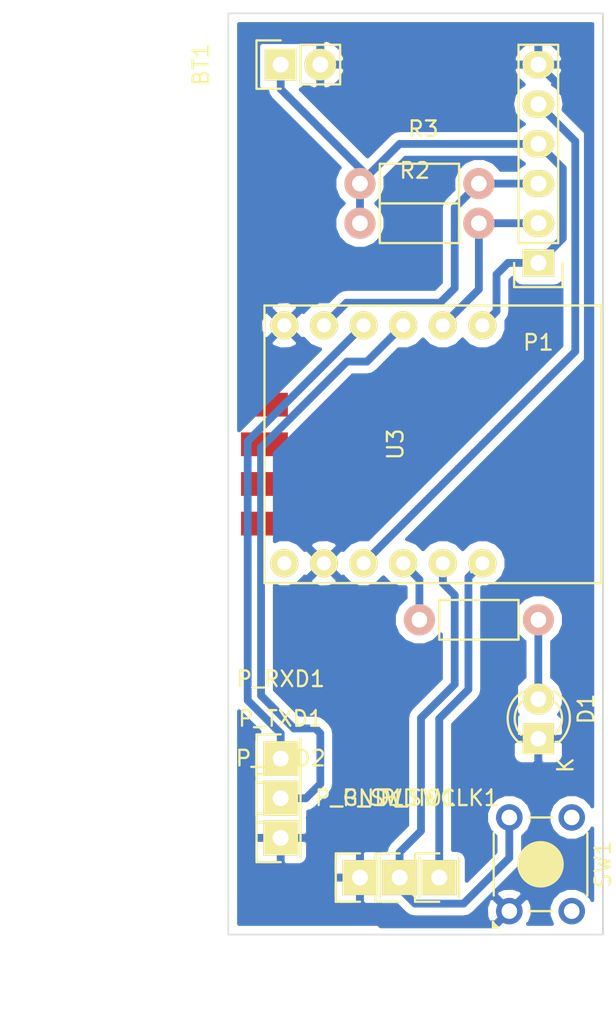
<source format=kicad_pcb>
(kicad_pcb (version 4) (host pcbnew 4.0.2-stable)

  (general
    (links 24)
    (no_connects 0)
    (area 129.949999 77.949999 154.050001 137.050001)
    (thickness 1.6)
    (drawings 7)
    (tracks 80)
    (zones 0)
    (modules 14)
    (nets 18)
  )

  (page A4)
  (layers
    (0 F.Cu signal)
    (31 B.Cu signal)
    (32 B.Adhes user)
    (33 F.Adhes user)
    (34 B.Paste user)
    (35 F.Paste user)
    (36 B.SilkS user)
    (37 F.SilkS user)
    (38 B.Mask user)
    (39 F.Mask user)
    (40 Dwgs.User user)
    (41 Cmts.User user)
    (42 Eco1.User user)
    (43 Eco2.User user)
    (44 Edge.Cuts user)
    (45 Margin user)
    (46 B.CrtYd user)
    (47 F.CrtYd user)
    (48 B.Fab user)
    (49 F.Fab user)
  )

  (setup
    (last_trace_width 0.5)
    (trace_clearance 0.3)
    (zone_clearance 0.508)
    (zone_45_only no)
    (trace_min 0.2)
    (segment_width 0.2)
    (edge_width 0.1)
    (via_size 1)
    (via_drill 0.8)
    (via_min_size 0.4)
    (via_min_drill 0.3)
    (uvia_size 0.3)
    (uvia_drill 0.1)
    (uvias_allowed no)
    (uvia_min_size 0.2)
    (uvia_min_drill 0.1)
    (pcb_text_width 0.3)
    (pcb_text_size 1.5 1.5)
    (mod_edge_width 0.15)
    (mod_text_size 1 1)
    (mod_text_width 0.15)
    (pad_size 1.5 1.5)
    (pad_drill 0.6)
    (pad_to_mask_clearance 0)
    (aux_axis_origin 0 0)
    (visible_elements FFFFFF7F)
    (pcbplotparams
      (layerselection 0x01000_80000000)
      (usegerberextensions false)
      (excludeedgelayer true)
      (linewidth 0.100000)
      (plotframeref false)
      (viasonmask false)
      (mode 1)
      (useauxorigin false)
      (hpglpennumber 1)
      (hpglpenspeed 20)
      (hpglpendiameter 15)
      (hpglpenoverlay 2)
      (psnegative false)
      (psa4output false)
      (plotreference true)
      (plotvalue true)
      (plotinvisibletext false)
      (padsonsilk false)
      (subtractmaskfromsilk false)
      (outputformat 1)
      (mirror false)
      (drillshape 0)
      (scaleselection 1)
      (outputdirectory ""))
  )

  (net 0 "")
  (net 1 RESET)
  (net 2 GND)
  (net 3 "Net-(D1-Pad2)")
  (net 4 SDA)
  (net 5 SCL)
  (net 6 INT)
  (net 7 /Main/RXD)
  (net 8 /Main/SWCLK)
  (net 9 /Main/SWDIO)
  (net 10 /Main/TXD)
  (net 11 "Net-(R1-Pad1)")
  (net 12 "Net-(U3-PadVIN)")
  (net 13 "Net-(U3-PadP007)")
  (net 14 "Net-(U3-PadP006)")
  (net 15 "Net-(U3-PadP015)")
  (net 16 "Net-(U3-PadP029)")
  (net 17 "Net-(U3-PadP028)")

  (net_class Default "これは標準のネット クラスです。"
    (clearance 0.3)
    (trace_width 0.5)
    (via_dia 1)
    (via_drill 0.8)
    (uvia_dia 0.3)
    (uvia_drill 0.1)
    (add_net /Main/RXD)
    (add_net /Main/SWCLK)
    (add_net /Main/SWDIO)
    (add_net /Main/TXD)
    (add_net GND)
    (add_net INT)
    (add_net "Net-(D1-Pad2)")
    (add_net "Net-(R1-Pad1)")
    (add_net "Net-(U3-PadP006)")
    (add_net "Net-(U3-PadP007)")
    (add_net "Net-(U3-PadP015)")
    (add_net "Net-(U3-PadP028)")
    (add_net "Net-(U3-PadP029)")
    (add_net "Net-(U3-PadVIN)")
    (add_net RESET)
    (add_net SCL)
    (add_net SDA)
  )

  (module Pin_Headers:Pin_Header_Straight_1x02 placed (layer F.Cu) (tedit 54EA090C) (tstamp 57961776)
    (at 133.35 81.28 90)
    (descr "Through hole pin header")
    (tags "pin header")
    (path /57960D81/57961B47)
    (fp_text reference BT1 (at 0 -5.1 90) (layer F.SilkS)
      (effects (font (size 1 1) (thickness 0.15)))
    )
    (fp_text value Battery (at 1.37 -5.11 90) (layer F.Fab)
      (effects (font (size 1 1) (thickness 0.15)))
    )
    (fp_line (start 1.27 1.27) (end 1.27 3.81) (layer F.SilkS) (width 0.15))
    (fp_line (start 1.55 -1.55) (end 1.55 0) (layer F.SilkS) (width 0.15))
    (fp_line (start -1.75 -1.75) (end -1.75 4.3) (layer F.CrtYd) (width 0.05))
    (fp_line (start 1.75 -1.75) (end 1.75 4.3) (layer F.CrtYd) (width 0.05))
    (fp_line (start -1.75 -1.75) (end 1.75 -1.75) (layer F.CrtYd) (width 0.05))
    (fp_line (start -1.75 4.3) (end 1.75 4.3) (layer F.CrtYd) (width 0.05))
    (fp_line (start 1.27 1.27) (end -1.27 1.27) (layer F.SilkS) (width 0.15))
    (fp_line (start -1.55 0) (end -1.55 -1.55) (layer F.SilkS) (width 0.15))
    (fp_line (start -1.55 -1.55) (end 1.55 -1.55) (layer F.SilkS) (width 0.15))
    (fp_line (start -1.27 1.27) (end -1.27 3.81) (layer F.SilkS) (width 0.15))
    (fp_line (start -1.27 3.81) (end 1.27 3.81) (layer F.SilkS) (width 0.15))
    (pad 1 thru_hole rect (at 0 0 90) (size 2.032 2.032) (drill 1.016) (layers *.Cu *.Mask F.SilkS)
      (net 1 RESET))
    (pad 2 thru_hole oval (at 0 2.54 90) (size 2.032 2.032) (drill 1.016) (layers *.Cu *.Mask F.SilkS)
      (net 2 GND))
    (model Pin_Headers.3dshapes/Pin_Header_Straight_1x02.wrl
      (at (xyz 0 -0.05 0))
      (scale (xyz 1 1 1))
      (rotate (xyz 0 0 90))
    )
  )

  (module LEDs:LED-3MM placed (layer F.Cu) (tedit 559B82F6) (tstamp 57961787)
    (at 149.86 124.46 90)
    (descr "LED 3mm round vertical")
    (tags "LED  3mm round vertical")
    (path /57960D81/579617F2)
    (fp_text reference D1 (at 1.91 3.06 90) (layer F.SilkS)
      (effects (font (size 1 1) (thickness 0.15)))
    )
    (fp_text value LED (at 1.3 -2.9 90) (layer F.Fab)
      (effects (font (size 1 1) (thickness 0.15)))
    )
    (fp_line (start -1.2 2.3) (end 3.8 2.3) (layer F.CrtYd) (width 0.05))
    (fp_line (start 3.8 2.3) (end 3.8 -2.2) (layer F.CrtYd) (width 0.05))
    (fp_line (start 3.8 -2.2) (end -1.2 -2.2) (layer F.CrtYd) (width 0.05))
    (fp_line (start -1.2 -2.2) (end -1.2 2.3) (layer F.CrtYd) (width 0.05))
    (fp_line (start -0.199 1.314) (end -0.199 1.114) (layer F.SilkS) (width 0.15))
    (fp_line (start -0.199 -1.28) (end -0.199 -1.1) (layer F.SilkS) (width 0.15))
    (fp_arc (start 1.301 0.034) (end -0.199 -1.286) (angle 108.5) (layer F.SilkS) (width 0.15))
    (fp_arc (start 1.301 0.034) (end 0.25 -1.1) (angle 85.7) (layer F.SilkS) (width 0.15))
    (fp_arc (start 1.311 0.034) (end 3.051 0.994) (angle 110) (layer F.SilkS) (width 0.15))
    (fp_arc (start 1.301 0.034) (end 2.335 1.094) (angle 87.5) (layer F.SilkS) (width 0.15))
    (fp_text user K (at -1.69 1.74 90) (layer F.SilkS)
      (effects (font (size 1 1) (thickness 0.15)))
    )
    (pad 1 thru_hole rect (at 0 0 180) (size 2 2) (drill 1.00076) (layers *.Cu *.Mask F.SilkS)
      (net 2 GND))
    (pad 2 thru_hole circle (at 2.54 0 90) (size 2 2) (drill 1.00076) (layers *.Cu *.Mask F.SilkS)
      (net 3 "Net-(D1-Pad2)"))
    (model LEDs.3dshapes/LED-3MM.wrl
      (at (xyz 0.05 0 0))
      (scale (xyz 1 1 1))
      (rotate (xyz 0 0 90))
    )
  )

  (module Pin_Headers:Pin_Header_Straight_1x06 placed (layer F.Cu) (tedit 0) (tstamp 5796179C)
    (at 149.86 93.98 180)
    (descr "Through hole pin header")
    (tags "pin header")
    (path /57960D81/579615B0)
    (fp_text reference P1 (at 0 -5.1 180) (layer F.SilkS)
      (effects (font (size 1 1) (thickness 0.15)))
    )
    (fp_text value CONN_01X06 (at 0 -3.1 180) (layer F.Fab)
      (effects (font (size 1 1) (thickness 0.15)))
    )
    (fp_line (start -1.75 -1.75) (end -1.75 14.45) (layer F.CrtYd) (width 0.05))
    (fp_line (start 1.75 -1.75) (end 1.75 14.45) (layer F.CrtYd) (width 0.05))
    (fp_line (start -1.75 -1.75) (end 1.75 -1.75) (layer F.CrtYd) (width 0.05))
    (fp_line (start -1.75 14.45) (end 1.75 14.45) (layer F.CrtYd) (width 0.05))
    (fp_line (start 1.27 1.27) (end 1.27 13.97) (layer F.SilkS) (width 0.15))
    (fp_line (start 1.27 13.97) (end -1.27 13.97) (layer F.SilkS) (width 0.15))
    (fp_line (start -1.27 13.97) (end -1.27 1.27) (layer F.SilkS) (width 0.15))
    (fp_line (start 1.55 -1.55) (end 1.55 0) (layer F.SilkS) (width 0.15))
    (fp_line (start 1.27 1.27) (end -1.27 1.27) (layer F.SilkS) (width 0.15))
    (fp_line (start -1.55 0) (end -1.55 -1.55) (layer F.SilkS) (width 0.15))
    (fp_line (start -1.55 -1.55) (end 1.55 -1.55) (layer F.SilkS) (width 0.15))
    (pad 1 thru_hole rect (at 0 0 180) (size 2.032 1.7272) (drill 1.016) (layers *.Cu *.Mask F.SilkS)
      (net 1 RESET))
    (pad 2 thru_hole oval (at 0 2.54 180) (size 2.032 1.7272) (drill 1.016) (layers *.Cu *.Mask F.SilkS)
      (net 4 SDA))
    (pad 3 thru_hole oval (at 0 5.08 180) (size 2.032 1.7272) (drill 1.016) (layers *.Cu *.Mask F.SilkS)
      (net 5 SCL))
    (pad 4 thru_hole oval (at 0 7.62 180) (size 2.032 1.7272) (drill 1.016) (layers *.Cu *.Mask F.SilkS)
      (net 1 RESET))
    (pad 5 thru_hole oval (at 0 10.16 180) (size 2.032 1.7272) (drill 1.016) (layers *.Cu *.Mask F.SilkS)
      (net 6 INT))
    (pad 6 thru_hole oval (at 0 12.7 180) (size 2.032 1.7272) (drill 1.016) (layers *.Cu *.Mask F.SilkS)
      (net 2 GND))
    (model Pin_Headers.3dshapes/Pin_Header_Straight_1x06.wrl
      (at (xyz 0 -0.25 0))
      (scale (xyz 1 1 1))
      (rotate (xyz 0 0 90))
    )
  )

  (module Socket_Strips:Socket_Strip_Straight_1x01 placed (layer F.Cu) (tedit 54E9F79C) (tstamp 579617A9)
    (at 138.43 133.35)
    (descr "Through hole socket strip")
    (tags "socket strip")
    (path /57960D81/579619D9)
    (fp_text reference P_GND1 (at 0 -5.1) (layer F.SilkS)
      (effects (font (size 1 1) (thickness 0.15)))
    )
    (fp_text value CONN_01X01 (at 0 -3.1) (layer F.Fab)
      (effects (font (size 1 1) (thickness 0.15)))
    )
    (fp_line (start -1.75 -1.75) (end -1.75 1.75) (layer F.CrtYd) (width 0.05))
    (fp_line (start 1.75 -1.75) (end 1.75 1.75) (layer F.CrtYd) (width 0.05))
    (fp_line (start -1.75 -1.75) (end 1.75 -1.75) (layer F.CrtYd) (width 0.05))
    (fp_line (start -1.75 1.75) (end 1.75 1.75) (layer F.CrtYd) (width 0.05))
    (fp_line (start 1.27 1.27) (end 1.27 -1.27) (layer F.SilkS) (width 0.15))
    (fp_line (start -1.55 -1.55) (end 0 -1.55) (layer F.SilkS) (width 0.15))
    (fp_line (start -1.55 -1.55) (end -1.55 1.55) (layer F.SilkS) (width 0.15))
    (fp_line (start -1.55 1.55) (end 0 1.55) (layer F.SilkS) (width 0.15))
    (pad 1 thru_hole rect (at 0 0) (size 2.2352 2.2352) (drill 1.016) (layers *.Cu *.Mask F.SilkS)
      (net 2 GND))
    (model Socket_Strips.3dshapes/Socket_Strip_Straight_1x01.wrl
      (at (xyz 0 0 0))
      (scale (xyz 1 1 1))
      (rotate (xyz 0 0 180))
    )
  )

  (module Socket_Strips:Socket_Strip_Straight_1x01 placed (layer F.Cu) (tedit 54E9F79C) (tstamp 579617B6)
    (at 133.35 125.73)
    (descr "Through hole socket strip")
    (tags "socket strip")
    (path /57960D81/579619E7)
    (fp_text reference P_RXD1 (at 0 -5.1) (layer F.SilkS)
      (effects (font (size 1 1) (thickness 0.15)))
    )
    (fp_text value CONN_01X01 (at 0 -3.1) (layer F.Fab)
      (effects (font (size 1 1) (thickness 0.15)))
    )
    (fp_line (start -1.75 -1.75) (end -1.75 1.75) (layer F.CrtYd) (width 0.05))
    (fp_line (start 1.75 -1.75) (end 1.75 1.75) (layer F.CrtYd) (width 0.05))
    (fp_line (start -1.75 -1.75) (end 1.75 -1.75) (layer F.CrtYd) (width 0.05))
    (fp_line (start -1.75 1.75) (end 1.75 1.75) (layer F.CrtYd) (width 0.05))
    (fp_line (start 1.27 1.27) (end 1.27 -1.27) (layer F.SilkS) (width 0.15))
    (fp_line (start -1.55 -1.55) (end 0 -1.55) (layer F.SilkS) (width 0.15))
    (fp_line (start -1.55 -1.55) (end -1.55 1.55) (layer F.SilkS) (width 0.15))
    (fp_line (start -1.55 1.55) (end 0 1.55) (layer F.SilkS) (width 0.15))
    (pad 1 thru_hole rect (at 0 0) (size 2.2352 2.2352) (drill 1.016) (layers *.Cu *.Mask F.SilkS)
      (net 7 /Main/RXD))
    (model Socket_Strips.3dshapes/Socket_Strip_Straight_1x01.wrl
      (at (xyz 0 0 0))
      (scale (xyz 1 1 1))
      (rotate (xyz 0 0 180))
    )
  )

  (module Socket_Strips:Socket_Strip_Straight_1x01 placed (layer F.Cu) (tedit 54E9F79C) (tstamp 579617C3)
    (at 143.51 133.35)
    (descr "Through hole socket strip")
    (tags "socket strip")
    (path /57960D81/579619CB)
    (fp_text reference P_SWCLK1 (at 0 -5.1) (layer F.SilkS)
      (effects (font (size 1 1) (thickness 0.15)))
    )
    (fp_text value CONN_01X01 (at 0 -3.1) (layer F.Fab)
      (effects (font (size 1 1) (thickness 0.15)))
    )
    (fp_line (start -1.75 -1.75) (end -1.75 1.75) (layer F.CrtYd) (width 0.05))
    (fp_line (start 1.75 -1.75) (end 1.75 1.75) (layer F.CrtYd) (width 0.05))
    (fp_line (start -1.75 -1.75) (end 1.75 -1.75) (layer F.CrtYd) (width 0.05))
    (fp_line (start -1.75 1.75) (end 1.75 1.75) (layer F.CrtYd) (width 0.05))
    (fp_line (start 1.27 1.27) (end 1.27 -1.27) (layer F.SilkS) (width 0.15))
    (fp_line (start -1.55 -1.55) (end 0 -1.55) (layer F.SilkS) (width 0.15))
    (fp_line (start -1.55 -1.55) (end -1.55 1.55) (layer F.SilkS) (width 0.15))
    (fp_line (start -1.55 1.55) (end 0 1.55) (layer F.SilkS) (width 0.15))
    (pad 1 thru_hole rect (at 0 0) (size 2.2352 2.2352) (drill 1.016) (layers *.Cu *.Mask F.SilkS)
      (net 8 /Main/SWCLK))
    (model Socket_Strips.3dshapes/Socket_Strip_Straight_1x01.wrl
      (at (xyz 0 0 0))
      (scale (xyz 1 1 1))
      (rotate (xyz 0 0 180))
    )
  )

  (module Socket_Strips:Socket_Strip_Straight_1x01 placed (layer F.Cu) (tedit 54E9F79C) (tstamp 579617D0)
    (at 140.97 133.35)
    (descr "Through hole socket strip")
    (tags "socket strip")
    (path /57960D81/579619D2)
    (fp_text reference P_SWDIO1 (at 0 -5.1) (layer F.SilkS)
      (effects (font (size 1 1) (thickness 0.15)))
    )
    (fp_text value CONN_01X01 (at 0 -3.1) (layer F.Fab)
      (effects (font (size 1 1) (thickness 0.15)))
    )
    (fp_line (start -1.75 -1.75) (end -1.75 1.75) (layer F.CrtYd) (width 0.05))
    (fp_line (start 1.75 -1.75) (end 1.75 1.75) (layer F.CrtYd) (width 0.05))
    (fp_line (start -1.75 -1.75) (end 1.75 -1.75) (layer F.CrtYd) (width 0.05))
    (fp_line (start -1.75 1.75) (end 1.75 1.75) (layer F.CrtYd) (width 0.05))
    (fp_line (start 1.27 1.27) (end 1.27 -1.27) (layer F.SilkS) (width 0.15))
    (fp_line (start -1.55 -1.55) (end 0 -1.55) (layer F.SilkS) (width 0.15))
    (fp_line (start -1.55 -1.55) (end -1.55 1.55) (layer F.SilkS) (width 0.15))
    (fp_line (start -1.55 1.55) (end 0 1.55) (layer F.SilkS) (width 0.15))
    (pad 1 thru_hole rect (at 0 0) (size 2.2352 2.2352) (drill 1.016) (layers *.Cu *.Mask F.SilkS)
      (net 9 /Main/SWDIO))
    (model Socket_Strips.3dshapes/Socket_Strip_Straight_1x01.wrl
      (at (xyz 0 0 0))
      (scale (xyz 1 1 1))
      (rotate (xyz 0 0 180))
    )
  )

  (module Socket_Strips:Socket_Strip_Straight_1x01 placed (layer F.Cu) (tedit 54E9F79C) (tstamp 579617DD)
    (at 133.35 128.27)
    (descr "Through hole socket strip")
    (tags "socket strip")
    (path /57960D81/579619E0)
    (fp_text reference P_TXD1 (at 0 -5.1) (layer F.SilkS)
      (effects (font (size 1 1) (thickness 0.15)))
    )
    (fp_text value CONN_01X01 (at 0 -3.1) (layer F.Fab)
      (effects (font (size 1 1) (thickness 0.15)))
    )
    (fp_line (start -1.75 -1.75) (end -1.75 1.75) (layer F.CrtYd) (width 0.05))
    (fp_line (start 1.75 -1.75) (end 1.75 1.75) (layer F.CrtYd) (width 0.05))
    (fp_line (start -1.75 -1.75) (end 1.75 -1.75) (layer F.CrtYd) (width 0.05))
    (fp_line (start -1.75 1.75) (end 1.75 1.75) (layer F.CrtYd) (width 0.05))
    (fp_line (start 1.27 1.27) (end 1.27 -1.27) (layer F.SilkS) (width 0.15))
    (fp_line (start -1.55 -1.55) (end 0 -1.55) (layer F.SilkS) (width 0.15))
    (fp_line (start -1.55 -1.55) (end -1.55 1.55) (layer F.SilkS) (width 0.15))
    (fp_line (start -1.55 1.55) (end 0 1.55) (layer F.SilkS) (width 0.15))
    (pad 1 thru_hole rect (at 0 0) (size 2.2352 2.2352) (drill 1.016) (layers *.Cu *.Mask F.SilkS)
      (net 10 /Main/TXD))
    (model Socket_Strips.3dshapes/Socket_Strip_Straight_1x01.wrl
      (at (xyz 0 0 0))
      (scale (xyz 1 1 1))
      (rotate (xyz 0 0 180))
    )
  )

  (module Resistors_ThroughHole:Resistor_Horizontal_RM7mm placed (layer F.Cu) (tedit 569FCF07) (tstamp 579617EB)
    (at 142.24 116.84)
    (descr "Resistor, Axial,  RM 7.62mm, 1/3W,")
    (tags "Resistor Axial RM 7.62mm 1/3W R3")
    (path /57960D81/579617F9)
    (fp_text reference R1 (at 4.05892 -3.50012) (layer F.SilkS)
      (effects (font (size 1 1) (thickness 0.15)))
    )
    (fp_text value 4.7k (at 3.81 3.81) (layer F.Fab)
      (effects (font (size 1 1) (thickness 0.15)))
    )
    (fp_line (start -1.25 -1.5) (end 8.85 -1.5) (layer F.CrtYd) (width 0.05))
    (fp_line (start -1.25 1.5) (end -1.25 -1.5) (layer F.CrtYd) (width 0.05))
    (fp_line (start 8.85 -1.5) (end 8.85 1.5) (layer F.CrtYd) (width 0.05))
    (fp_line (start -1.25 1.5) (end 8.85 1.5) (layer F.CrtYd) (width 0.05))
    (fp_line (start 1.27 -1.27) (end 6.35 -1.27) (layer F.SilkS) (width 0.15))
    (fp_line (start 6.35 -1.27) (end 6.35 1.27) (layer F.SilkS) (width 0.15))
    (fp_line (start 6.35 1.27) (end 1.27 1.27) (layer F.SilkS) (width 0.15))
    (fp_line (start 1.27 1.27) (end 1.27 -1.27) (layer F.SilkS) (width 0.15))
    (pad 1 thru_hole circle (at 0 0) (size 1.99898 1.99898) (drill 1.00076) (layers *.Cu *.SilkS *.Mask)
      (net 11 "Net-(R1-Pad1)"))
    (pad 2 thru_hole circle (at 7.62 0) (size 1.99898 1.99898) (drill 1.00076) (layers *.Cu *.SilkS *.Mask)
      (net 3 "Net-(D1-Pad2)"))
  )

  (module Resistors_ThroughHole:Resistor_Horizontal_RM7mm placed (layer F.Cu) (tedit 569FCF07) (tstamp 579617F9)
    (at 138.43 91.44)
    (descr "Resistor, Axial,  RM 7.62mm, 1/3W,")
    (tags "Resistor Axial RM 7.62mm 1/3W R3")
    (path /57960D81/5796182E)
    (fp_text reference R2 (at 3.51 -3.37) (layer F.SilkS)
      (effects (font (size 1 1) (thickness 0.15)))
    )
    (fp_text value 10k (at 3.81 3.81) (layer F.Fab)
      (effects (font (size 1 1) (thickness 0.15)))
    )
    (fp_line (start -1.25 -1.5) (end 8.85 -1.5) (layer F.CrtYd) (width 0.05))
    (fp_line (start -1.25 1.5) (end -1.25 -1.5) (layer F.CrtYd) (width 0.05))
    (fp_line (start 8.85 -1.5) (end 8.85 1.5) (layer F.CrtYd) (width 0.05))
    (fp_line (start -1.25 1.5) (end 8.85 1.5) (layer F.CrtYd) (width 0.05))
    (fp_line (start 1.27 -1.27) (end 6.35 -1.27) (layer F.SilkS) (width 0.15))
    (fp_line (start 6.35 -1.27) (end 6.35 1.27) (layer F.SilkS) (width 0.15))
    (fp_line (start 6.35 1.27) (end 1.27 1.27) (layer F.SilkS) (width 0.15))
    (fp_line (start 1.27 1.27) (end 1.27 -1.27) (layer F.SilkS) (width 0.15))
    (pad 1 thru_hole circle (at 0 0) (size 1.99898 1.99898) (drill 1.00076) (layers *.Cu *.SilkS *.Mask)
      (net 1 RESET))
    (pad 2 thru_hole circle (at 7.62 0) (size 1.99898 1.99898) (drill 1.00076) (layers *.Cu *.SilkS *.Mask)
      (net 4 SDA))
  )

  (module Resistors_ThroughHole:Resistor_Horizontal_RM7mm placed (layer F.Cu) (tedit 569FCF07) (tstamp 57961807)
    (at 138.43 88.9)
    (descr "Resistor, Axial,  RM 7.62mm, 1/3W,")
    (tags "Resistor Axial RM 7.62mm 1/3W R3")
    (path /57960D81/57961835)
    (fp_text reference R3 (at 4.05892 -3.50012 180) (layer F.SilkS)
      (effects (font (size 1 1) (thickness 0.15)))
    )
    (fp_text value 10k (at 3.81 3.81) (layer F.Fab)
      (effects (font (size 1 1) (thickness 0.15)))
    )
    (fp_line (start -1.25 -1.5) (end 8.85 -1.5) (layer F.CrtYd) (width 0.05))
    (fp_line (start -1.25 1.5) (end -1.25 -1.5) (layer F.CrtYd) (width 0.05))
    (fp_line (start 8.85 -1.5) (end 8.85 1.5) (layer F.CrtYd) (width 0.05))
    (fp_line (start -1.25 1.5) (end 8.85 1.5) (layer F.CrtYd) (width 0.05))
    (fp_line (start 1.27 -1.27) (end 6.35 -1.27) (layer F.SilkS) (width 0.15))
    (fp_line (start 6.35 -1.27) (end 6.35 1.27) (layer F.SilkS) (width 0.15))
    (fp_line (start 6.35 1.27) (end 1.27 1.27) (layer F.SilkS) (width 0.15))
    (fp_line (start 1.27 1.27) (end 1.27 -1.27) (layer F.SilkS) (width 0.15))
    (pad 1 thru_hole circle (at 0 0) (size 1.99898 1.99898) (drill 1.00076) (layers *.Cu *.SilkS *.Mask)
      (net 1 RESET))
    (pad 2 thru_hole circle (at 7.62 0) (size 1.99898 1.99898) (drill 1.00076) (layers *.Cu *.SilkS *.Mask)
      (net 5 SCL))
  )

  (module Socket_Strips:Socket_Strip_Straight_1x01 (layer F.Cu) (tedit 54E9F79C) (tstamp 57C193A8)
    (at 133.35 130.81)
    (descr "Through hole socket strip")
    (tags "socket strip")
    (path /57960D81/57C199FB)
    (fp_text reference P_GND2 (at 0 -5.1) (layer F.SilkS)
      (effects (font (size 1 1) (thickness 0.15)))
    )
    (fp_text value CONN_01X01 (at 0 -3.1) (layer F.Fab)
      (effects (font (size 1 1) (thickness 0.15)))
    )
    (fp_line (start -1.75 -1.75) (end -1.75 1.75) (layer F.CrtYd) (width 0.05))
    (fp_line (start 1.75 -1.75) (end 1.75 1.75) (layer F.CrtYd) (width 0.05))
    (fp_line (start -1.75 -1.75) (end 1.75 -1.75) (layer F.CrtYd) (width 0.05))
    (fp_line (start -1.75 1.75) (end 1.75 1.75) (layer F.CrtYd) (width 0.05))
    (fp_line (start 1.27 1.27) (end 1.27 -1.27) (layer F.SilkS) (width 0.15))
    (fp_line (start -1.55 -1.55) (end 0 -1.55) (layer F.SilkS) (width 0.15))
    (fp_line (start -1.55 -1.55) (end -1.55 1.55) (layer F.SilkS) (width 0.15))
    (fp_line (start -1.55 1.55) (end 0 1.55) (layer F.SilkS) (width 0.15))
    (pad 1 thru_hole rect (at 0 0) (size 2.2352 2.2352) (drill 1.016) (layers *.Cu *.Mask F.SilkS)
      (net 2 GND))
    (model Socket_Strips.3dshapes/Socket_Strip_Straight_1x01.wrl
      (at (xyz 0 0 0))
      (scale (xyz 1 1 1))
      (rotate (xyz 0 0 180))
    )
  )

  (module myfootprint:BLE_NANO placed (layer F.Cu) (tedit 57B1DF65) (tstamp 57C3508F)
    (at 141.2 105.6 270)
    (path /57960D81/5796181D)
    (fp_text reference U3 (at 0 0.5 270) (layer F.SilkS)
      (effects (font (size 1 1) (thickness 0.15)))
    )
    (fp_text value BLE_NANO (at 0 -0.5 270) (layer F.Fab)
      (effects (font (size 1 1) (thickness 0.15)))
    )
    (fp_line (start -8.89 -12.7) (end -8.89 8.89) (layer F.SilkS) (width 0.15))
    (fp_line (start 8.89 -12.7) (end -8.89 -12.7) (layer F.SilkS) (width 0.15))
    (fp_line (start 8.89 8.89) (end 8.89 -12.7) (layer F.SilkS) (width 0.15))
    (fp_line (start -8.89 8.89) (end 8.89 8.89) (layer F.SilkS) (width 0.15))
    (pad VDD thru_hole circle (at -7.62 -5.08 270) (size 1.8 1.8) (drill 0.9) (layers *.Cu *.Mask F.SilkS)
      (net 1 RESET))
    (pad P010 thru_hole circle (at -7.62 -2.54 270) (size 1.8 1.8) (drill 0.9) (layers *.Cu *.Mask F.SilkS)
      (net 4 SDA))
    (pad P009 thru_hole circle (at -7.62 0 270) (size 1.8 1.8) (drill 0.9) (layers *.Cu *.Mask F.SilkS)
      (net 10 /Main/TXD))
    (pad P011 thru_hole circle (at -7.62 2.54 270) (size 1.8 1.8) (drill 0.9) (layers *.Cu *.Mask F.SilkS)
      (net 7 /Main/RXD))
    (pad P008 thru_hole circle (at -7.62 5.08 270) (size 1.8 1.8) (drill 0.9) (layers *.Cu *.Mask F.SilkS)
      (net 5 SCL))
    (pad GND1 thru_hole circle (at 7.62 5.08 270) (size 1.8 1.8) (drill 0.9) (layers *.Cu *.Mask F.SilkS)
      (net 2 GND))
    (pad P005 thru_hole circle (at 7.62 2.54 270) (size 1.8 1.8) (drill 0.9) (layers *.Cu *.Mask F.SilkS)
      (net 6 INT))
    (pad P004 thru_hole circle (at 7.62 0 270) (size 1.8 1.8) (drill 0.9) (layers *.Cu *.Mask F.SilkS)
      (net 11 "Net-(R1-Pad1)"))
    (pad DIO thru_hole circle (at 7.62 -2.54 270) (size 1.8 1.8) (drill 0.9) (layers *.Cu *.Mask F.SilkS)
      (net 9 /Main/SWDIO))
    (pad CLK thru_hole circle (at 7.62 -5.08 270) (size 1.8 1.8) (drill 0.9) (layers *.Cu *.Mask F.SilkS)
      (net 8 /Main/SWCLK))
    (pad VIN thru_hole circle (at 7.62 7.62 270) (size 1.8 1.8) (drill 0.9) (layers *.Cu *.Mask F.SilkS)
      (net 12 "Net-(U3-PadVIN)"))
    (pad GND2 thru_hole circle (at -7.62 7.62 270) (size 1.8 1.8) (drill 0.9) (layers *.Cu *.Mask F.SilkS)
      (net 2 GND))
    (pad P007 smd rect (at -5.08 8.89 270) (size 1.524 3) (layers F.Cu F.Paste F.Mask)
      (net 13 "Net-(U3-PadP007)"))
    (pad P006 smd rect (at -2.54 8.89 270) (size 1.524 3) (layers F.Cu F.Paste F.Mask)
      (net 14 "Net-(U3-PadP006)"))
    (pad P015 smd rect (at 0 8.89 270) (size 1.524 3) (layers F.Cu F.Paste F.Mask)
      (net 15 "Net-(U3-PadP015)"))
    (pad P029 smd rect (at 2.54 8.89 270) (size 1.524 3) (layers F.Cu F.Paste F.Mask)
      (net 16 "Net-(U3-PadP029)"))
    (pad P028 smd rect (at 5.08 8.89 270) (size 1.524 3) (layers F.Cu F.Paste F.Mask)
      (net 17 "Net-(U3-PadP028)"))
  )

  (module Buttons_Switches_ThroughHole:SW_TH_Tactile_Omron_B3F-10xx (layer F.Cu) (tedit 563F14D4) (tstamp 57C35083)
    (at 148 135.5 90)
    (descr SW_TH_Tactile_Omron_B3F-10xx)
    (tags "Omron B3F-10xx")
    (path /57960D81/57BF185A)
    (fp_text reference SW1 (at 3 6 90) (layer F.SilkS)
      (effects (font (size 1 1) (thickness 0.15)))
    )
    (fp_text value SW_RESET (at 2.95 -2.05 90) (layer F.Fab)
      (effects (font (size 1 1) (thickness 0.15)))
    )
    (fp_line (start -0.95 -1) (end -0.95 -0.9) (layer F.SilkS) (width 0.15))
    (fp_line (start -1.05 -1.05) (end -0.7 -1.05) (layer F.SilkS) (width 0.15))
    (fp_arc (start 0 0) (end -1.05 -0.7) (angle 22.61986495) (layer F.SilkS) (width 0.15))
    (fp_line (start -1.05 -1.05) (end -1.05 -0.7) (layer F.SilkS) (width 0.15))
    (fp_line (start 7.15 -1.15) (end 0.45 -1.15) (layer F.CrtYd) (width 0.05))
    (fp_line (start 7.15 5.15) (end 7.15 -1.15) (layer F.CrtYd) (width 0.05))
    (fp_line (start -1.15 5.15) (end 7.15 5.15) (layer F.CrtYd) (width 0.05))
    (fp_line (start -1.15 0) (end -1.15 5.15) (layer F.CrtYd) (width 0.05))
    (fp_line (start -1.15 -1.15) (end 0.45 -1.15) (layer F.CrtYd) (width 0.05))
    (fp_line (start -1.15 0) (end -1.15 -1.15) (layer F.CrtYd) (width 0.05))
    (fp_circle (center 3 2) (end 4 3) (layer F.SilkS) (width 0.15))
    (fp_line (start 1 5) (end 5 5) (layer F.SilkS) (width 0.15))
    (fp_line (start 1 -1) (end 5 -1) (layer F.SilkS) (width 0.15))
    (fp_line (start 0 2.75) (end 0 1.25) (layer F.SilkS) (width 0.15))
    (fp_line (start 6 1.25) (end 6 2.75) (layer F.SilkS) (width 0.15))
    (fp_line (start 0 2) (end 0 2) (layer F.SilkS) (width 0))
    (fp_line (start 5 5) (end 1 5) (layer F.SilkS) (width 0))
    (fp_line (start 5 -1) (end 1 -1) (layer F.SilkS) (width 0))
    (fp_line (start 6 2) (end 6 2) (layer F.SilkS) (width 0))
    (fp_circle (center 3 2) (end 4 3) (layer F.SilkS) (width 0))
    (pad 4 thru_hole circle (at 6 4 90) (size 1.7 1.7) (drill 1) (layers *.Cu *.Mask))
    (pad 3 thru_hole circle (at 0 4 90) (size 1.7 1.7) (drill 1) (layers *.Cu *.Mask))
    (pad 2 thru_hole circle (at 6 0 90) (size 1.7 1.7) (drill 1) (layers *.Cu *.Mask)
      (net 9 /Main/SWDIO))
    (pad 1 thru_hole circle (at 0 0 90) (size 1.7 1.7) (drill 1) (layers *.Cu *.Mask)
      (net 2 GND))
  )

  (dimension 24 (width 0.3) (layer Dwgs.User)
    (gr_text "24.000 mm" (at 142 143.35) (layer Dwgs.User)
      (effects (font (size 1.5 1.5) (thickness 0.3)))
    )
    (feature1 (pts (xy 154 137) (xy 154 144.7)))
    (feature2 (pts (xy 130 137) (xy 130 144.7)))
    (crossbar (pts (xy 130 142) (xy 154 142)))
    (arrow1a (pts (xy 154 142) (xy 152.873496 142.586421)))
    (arrow1b (pts (xy 154 142) (xy 152.873496 141.413579)))
    (arrow2a (pts (xy 130 142) (xy 131.126504 142.586421)))
    (arrow2b (pts (xy 130 142) (xy 131.126504 141.413579)))
  )
  (dimension 59 (width 0.3) (layer Dwgs.User)
    (gr_text "59.000 mm" (at 121.65 107.5 270) (layer Dwgs.User)
      (effects (font (size 1.5 1.5) (thickness 0.3)))
    )
    (feature1 (pts (xy 130 137) (xy 120.3 137)))
    (feature2 (pts (xy 130 78) (xy 120.3 78)))
    (crossbar (pts (xy 123 78) (xy 123 137)))
    (arrow1a (pts (xy 123 137) (xy 122.413579 135.873496)))
    (arrow1b (pts (xy 123 137) (xy 123.586421 135.873496)))
    (arrow2a (pts (xy 123 78) (xy 122.413579 79.126504)))
    (arrow2b (pts (xy 123 78) (xy 123.586421 79.126504)))
  )
  (gr_line (start 154 79) (end 154 78) (layer Edge.Cuts) (width 0.1))
  (gr_line (start 154 137) (end 154 79) (layer Edge.Cuts) (width 0.1))
  (gr_line (start 130 137) (end 154 137) (layer Edge.Cuts) (width 0.1))
  (gr_line (start 130 78) (end 130 137) (layer Edge.Cuts) (width 0.1))
  (gr_line (start 154 78) (end 130 78) (layer Edge.Cuts) (width 0.1))

  (segment (start 147.179999 94.720001) (end 147.92 93.98) (width 0.5) (layer B.Cu) (net 1))
  (segment (start 147.92 93.98) (end 149.86 93.98) (width 0.5) (layer B.Cu) (net 1))
  (segment (start 146.28 97.98) (end 147.179999 97.080001) (width 0.5) (layer B.Cu) (net 1))
  (segment (start 147.179999 97.080001) (end 147.179999 94.720001) (width 0.5) (layer B.Cu) (net 1))
  (segment (start 133.35 81.28) (end 133.35 82.8463) (width 0.5) (layer B.Cu) (net 1))
  (segment (start 138.9169 88.4131) (end 133.35 82.8463) (width 0.5) (layer B.Cu) (net 1))
  (segment (start 140.97 86.36) (end 149.86 86.36) (width 0.5) (layer B.Cu) (net 1))
  (segment (start 138.9169 88.4131) (end 140.97 86.36) (width 0.5) (layer B.Cu) (net 1))
  (segment (start 138.9169 88.4131) (end 138.43 88.9) (width 0.5) (layer B.Cu) (net 1))
  (segment (start 138.43 88.9) (end 138.43 91.44) (width 0.5) (layer B.Cu) (net 1))
  (segment (start 151.4264 92.4136) (end 149.86 93.98) (width 0.5) (layer B.Cu) (net 1))
  (segment (start 151.4264 87.9264) (end 151.4264 92.4136) (width 0.5) (layer B.Cu) (net 1))
  (segment (start 149.86 86.36) (end 151.4264 87.9264) (width 0.5) (layer B.Cu) (net 1))
  (segment (start 138.43 133.35) (end 138.43 134.9676) (width 0.5) (layer B.Cu) (net 2))
  (segment (start 138.43 134.9676) (end 139.812399 136.349999) (width 0.5) (layer B.Cu) (net 2))
  (segment (start 139.812399 136.349999) (end 147.150001 136.349999) (width 0.5) (layer B.Cu) (net 2))
  (segment (start 147.150001 136.349999) (end 148 135.5) (width 0.5) (layer B.Cu) (net 2))
  (segment (start 138.43 133.35) (end 138.43 115.53) (width 0.5) (layer B.Cu) (net 2))
  (segment (start 149.86 124.46) (end 149.86 133.64) (width 0.5) (layer B.Cu) (net 2))
  (segment (start 149.86 133.64) (end 148 135.5) (width 0.5) (layer B.Cu) (net 2))
  (segment (start 131.7836 96.1836) (end 133.58 97.98) (width 0.5) (layer B.Cu) (net 2))
  (segment (start 131.7836 79.9698) (end 131.7836 96.1836) (width 0.5) (layer B.Cu) (net 2))
  (segment (start 132.0397 79.7137) (end 131.7836 79.9698) (width 0.5) (layer B.Cu) (net 2))
  (segment (start 135.89 79.7137) (end 132.0397 79.7137) (width 0.5) (layer B.Cu) (net 2))
  (segment (start 135.89 81.28) (end 135.89 79.7137) (width 0.5) (layer B.Cu) (net 2))
  (segment (start 136.12 113.22) (end 138.43 115.53) (width 0.5) (layer B.Cu) (net 2))
  (segment (start 149.86 124.46) (end 148.3097 124.46) (width 0.5) (layer B.Cu) (net 2))
  (segment (start 149.86 81.28) (end 135.89 81.28) (width 0.5) (layer B.Cu) (net 2))
  (segment (start 148.3097 114.6703) (end 148.3097 124.46) (width 0.5) (layer B.Cu) (net 2))
  (segment (start 153.0313 109.9487) (end 148.3097 114.6703) (width 0.5) (layer B.Cu) (net 2))
  (segment (start 153.0313 84.4513) (end 153.0313 109.9487) (width 0.5) (layer B.Cu) (net 2))
  (segment (start 149.86 81.28) (end 153.0313 84.4513) (width 0.5) (layer B.Cu) (net 2))
  (segment (start 149.86 116.84) (end 149.86 121.92) (width 0.5) (layer B.Cu) (net 3))
  (segment (start 146.05 95.67) (end 143.74 97.98) (width 0.5) (layer B.Cu) (net 4))
  (segment (start 146.05 91.44) (end 146.05 95.67) (width 0.5) (layer B.Cu) (net 4))
  (segment (start 149.86 91.44) (end 148.2937 91.44) (width 0.5) (layer B.Cu) (net 4))
  (segment (start 146.05 91.44) (end 148.2937 91.44) (width 0.5) (layer B.Cu) (net 4))
  (segment (start 143.570001 96.529999) (end 144.500509 95.599491) (width 0.5) (layer B.Cu) (net 5))
  (segment (start 144.500509 95.599491) (end 144.500509 90.449491) (width 0.5) (layer B.Cu) (net 5))
  (segment (start 144.500509 90.449491) (end 145.050511 89.899489) (width 0.5) (layer B.Cu) (net 5))
  (segment (start 145.050511 89.899489) (end 146.05 88.9) (width 0.5) (layer B.Cu) (net 5))
  (segment (start 136.12 97.98) (end 137.570001 96.529999) (width 0.5) (layer B.Cu) (net 5))
  (segment (start 137.570001 96.529999) (end 143.570001 96.529999) (width 0.5) (layer B.Cu) (net 5))
  (segment (start 149.86 88.9) (end 146.05 88.9) (width 0.5) (layer B.Cu) (net 5))
  (segment (start 152.2267 99.6533) (end 138.66 113.22) (width 0.5) (layer B.Cu) (net 6))
  (segment (start 152.2267 86.1867) (end 152.2267 99.6533) (width 0.5) (layer B.Cu) (net 6))
  (segment (start 149.86 83.82) (end 152.2267 86.1867) (width 0.5) (layer B.Cu) (net 6))
  (segment (start 137.760001 98.879999) (end 138.66 97.98) (width 0.5) (layer B.Cu) (net 7))
  (segment (start 131.2352 105.4048) (end 137.760001 98.879999) (width 0.5) (layer B.Cu) (net 7))
  (segment (start 133.35 124.1124) (end 131.2352 121.9976) (width 0.5) (layer B.Cu) (net 7))
  (segment (start 133.35 125.73) (end 133.35 124.1124) (width 0.5) (layer B.Cu) (net 7))
  (segment (start 131.2352 121.9976) (end 131.2352 105.4048) (width 0.5) (layer B.Cu) (net 7))
  (segment (start 143.51 133.35) (end 143.51 123.170001) (width 0.5) (layer B.Cu) (net 8))
  (segment (start 143.51 123.170001) (end 145.380001 121.3) (width 0.5) (layer B.Cu) (net 8))
  (segment (start 145.380001 121.3) (end 145.380001 114.119999) (width 0.5) (layer B.Cu) (net 8))
  (segment (start 145.380001 114.119999) (end 146.28 113.22) (width 0.5) (layer B.Cu) (net 8))
  (segment (start 144.5 120.97) (end 142.34 123.13) (width 0.5) (layer B.Cu) (net 9))
  (segment (start 140.97 133.35) (end 140.97 131.7324) (width 0.5) (layer B.Cu) (net 9))
  (segment (start 140.97 131.7324) (end 142.34 130.3624) (width 0.5) (layer B.Cu) (net 9))
  (segment (start 142.34 130.3624) (end 142.34 123.13) (width 0.5) (layer B.Cu) (net 9))
  (segment (start 140.97 134.035202) (end 140.97 133.35) (width 0.5) (layer B.Cu) (net 9))
  (segment (start 148 129.5) (end 148 132.085202) (width 0.5) (layer B.Cu) (net 9))
  (segment (start 145.067601 135.017601) (end 141.952399 135.017601) (width 0.5) (layer B.Cu) (net 9))
  (segment (start 148 132.085202) (end 145.067601 135.017601) (width 0.5) (layer B.Cu) (net 9))
  (segment (start 141.952399 135.017601) (end 140.97 134.035202) (width 0.5) (layer B.Cu) (net 9))
  (segment (start 143.74 113.22) (end 143.74 114.492792) (width 0.5) (layer B.Cu) (net 9))
  (segment (start 143.74 114.492792) (end 144.5 115.252792) (width 0.5) (layer B.Cu) (net 9))
  (segment (start 144.5 115.252792) (end 144.5 120.97) (width 0.5) (layer B.Cu) (net 9))
  (segment (start 141.2 97.98) (end 138.88 100.3) (width 0.5) (layer B.Cu) (net 10))
  (segment (start 135.5776 123.8) (end 135.89 124.1124) (width 0.5) (layer B.Cu) (net 10))
  (segment (start 138.88 100.3) (end 137.6 100.3) (width 0.5) (layer B.Cu) (net 10))
  (segment (start 134.2 123.8) (end 135.5776 123.8) (width 0.5) (layer B.Cu) (net 10))
  (segment (start 137.6 100.3) (end 132.092 105.808) (width 0.5) (layer B.Cu) (net 10))
  (segment (start 132.092 105.808) (end 132.092 121.692) (width 0.5) (layer B.Cu) (net 10))
  (segment (start 132.092 121.692) (end 134.2 123.8) (width 0.5) (layer B.Cu) (net 10))
  (segment (start 135.89 124.1124) (end 135.89 127.3476) (width 0.5) (layer B.Cu) (net 10))
  (segment (start 134.9676 128.27) (end 133.35 128.27) (width 0.5) (layer B.Cu) (net 10))
  (segment (start 135.89 127.3476) (end 134.9676 128.27) (width 0.5) (layer B.Cu) (net 10))
  (segment (start 142.24 116.84) (end 142.24 114.26) (width 0.5) (layer B.Cu) (net 11))
  (segment (start 142.24 114.26) (end 141.2 113.22) (width 0.5) (layer B.Cu) (net 11))

  (zone (net 2) (net_name GND) (layer B.Cu) (tstamp 0) (hatch edge 0.508)
    (connect_pads (clearance 0.508))
    (min_thickness 0.254)
    (fill yes (arc_segments 16) (thermal_gap 0.508) (thermal_bridge_width 0.508))
    (polygon
      (pts
        (xy 130 78) (xy 154 78) (xy 154 137) (xy 130 137)
      )
    )
    (filled_polygon
      (pts
        (xy 153.315 128.793857) (xy 153.259656 128.659914) (xy 152.842283 128.241812) (xy 152.296681 128.015258) (xy 151.705911 128.014743)
        (xy 151.159914 128.240344) (xy 150.741812 128.657717) (xy 150.515258 129.203319) (xy 150.514743 129.794089) (xy 150.740344 130.340086)
        (xy 151.157717 130.758188) (xy 151.703319 130.984742) (xy 152.294089 130.985257) (xy 152.840086 130.759656) (xy 153.258188 130.342283)
        (xy 153.315 130.205465) (xy 153.315 134.793857) (xy 153.259656 134.659914) (xy 152.842283 134.241812) (xy 152.296681 134.015258)
        (xy 151.705911 134.014743) (xy 151.159914 134.240344) (xy 150.741812 134.657717) (xy 150.515258 135.203319) (xy 150.514743 135.794089)
        (xy 150.729979 136.315) (xy 149.198461 136.315) (xy 149.295259 136.28408) (xy 149.496718 135.728721) (xy 149.470315 135.138542)
        (xy 149.295259 134.71592) (xy 149.043958 134.635647) (xy 148.179605 135.5) (xy 148.193748 135.514143) (xy 148.014143 135.693748)
        (xy 148 135.679605) (xy 147.985858 135.693748) (xy 147.806253 135.514143) (xy 147.820395 135.5) (xy 146.956042 134.635647)
        (xy 146.704741 134.71592) (xy 146.503282 135.271279) (xy 146.529685 135.861458) (xy 146.704741 136.28408) (xy 146.801539 136.315)
        (xy 130.685 136.315) (xy 130.685 133.63575) (xy 136.6774 133.63575) (xy 136.6774 134.59391) (xy 136.774073 134.827299)
        (xy 136.952702 135.005927) (xy 137.186091 135.1026) (xy 138.14425 135.1026) (xy 138.303 134.94385) (xy 138.303 133.477)
        (xy 136.83615 133.477) (xy 136.6774 133.63575) (xy 130.685 133.63575) (xy 130.685 131.09575) (xy 131.5974 131.09575)
        (xy 131.5974 132.05391) (xy 131.694073 132.287299) (xy 131.872702 132.465927) (xy 132.106091 132.5626) (xy 133.06425 132.5626)
        (xy 133.223 132.40385) (xy 133.223 130.937) (xy 133.477 130.937) (xy 133.477 132.40385) (xy 133.63575 132.5626)
        (xy 134.593909 132.5626) (xy 134.827298 132.465927) (xy 135.005927 132.287299) (xy 135.080986 132.10609) (xy 136.6774 132.10609)
        (xy 136.6774 133.06425) (xy 136.83615 133.223) (xy 138.303 133.223) (xy 138.303 131.75615) (xy 138.14425 131.5974)
        (xy 137.186091 131.5974) (xy 136.952702 131.694073) (xy 136.774073 131.872701) (xy 136.6774 132.10609) (xy 135.080986 132.10609)
        (xy 135.1026 132.05391) (xy 135.1026 131.09575) (xy 134.94385 130.937) (xy 133.477 130.937) (xy 133.223 130.937)
        (xy 131.75615 130.937) (xy 131.5974 131.09575) (xy 130.685 131.09575) (xy 130.685 122.69898) (xy 131.995973 124.009952)
        (xy 131.780959 124.14831) (xy 131.635969 124.36051) (xy 131.58496 124.6124) (xy 131.58496 126.8476) (xy 131.614689 127.005595)
        (xy 131.58496 127.1524) (xy 131.58496 129.3876) (xy 131.61194 129.530987) (xy 131.5974 129.56609) (xy 131.5974 130.52425)
        (xy 131.75615 130.683) (xy 133.223 130.683) (xy 133.223 130.663) (xy 133.477 130.663) (xy 133.477 130.683)
        (xy 134.94385 130.683) (xy 135.1026 130.52425) (xy 135.1026 129.56609) (xy 135.086679 129.527653) (xy 135.11504 129.3876)
        (xy 135.11504 129.125673) (xy 135.250084 129.09881) (xy 135.306275 129.087633) (xy 135.59339 128.89579) (xy 136.515787 127.973392)
        (xy 136.51579 127.97339) (xy 136.707633 127.686275) (xy 136.707634 127.686274) (xy 136.775001 127.3476) (xy 136.775 127.347595)
        (xy 136.775 124.1124) (xy 136.707633 123.773725) (xy 136.51579 123.48661) (xy 136.515787 123.486608) (xy 136.20339 123.17421)
        (xy 136.197091 123.170001) (xy 135.916275 122.982367) (xy 135.860084 122.97119) (xy 135.5776 122.914999) (xy 135.577595 122.915)
        (xy 134.566579 122.915) (xy 132.977 121.32542) (xy 132.977 114.631686) (xy 133.27333 114.754733) (xy 133.883991 114.755265)
        (xy 134.448371 114.522068) (xy 134.670668 114.300159) (xy 135.219446 114.300159) (xy 135.305852 114.556643) (xy 135.879336 114.766458)
        (xy 136.48946 114.740839) (xy 136.934148 114.556643) (xy 137.020554 114.300159) (xy 136.12 113.399605) (xy 135.219446 114.300159)
        (xy 134.670668 114.300159) (xy 134.880551 114.090643) (xy 134.889203 114.069806) (xy 135.039841 114.120554) (xy 135.940395 113.22)
        (xy 135.039841 112.319446) (xy 134.889673 112.370035) (xy 134.882068 112.351629) (xy 134.67065 112.139841) (xy 135.219446 112.139841)
        (xy 136.12 113.040395) (xy 137.020554 112.139841) (xy 136.934148 111.883357) (xy 136.360664 111.673542) (xy 135.75054 111.699161)
        (xy 135.305852 111.883357) (xy 135.219446 112.139841) (xy 134.67065 112.139841) (xy 134.450643 111.919449) (xy 133.88667 111.685267)
        (xy 133.276009 111.684735) (xy 132.977 111.808283) (xy 132.977 106.17458) (xy 137.966579 101.185) (xy 138.879995 101.185)
        (xy 138.88 101.185001) (xy 139.162484 101.12881) (xy 139.218675 101.117633) (xy 139.50579 100.92579) (xy 140.916826 99.514753)
        (xy 141.503991 99.515265) (xy 142.068371 99.282068) (xy 142.470323 98.880818) (xy 142.869357 99.280551) (xy 143.43333 99.514733)
        (xy 144.043991 99.515265) (xy 144.608371 99.282068) (xy 145.010323 98.880818) (xy 145.409357 99.280551) (xy 145.97333 99.514733)
        (xy 146.583991 99.515265) (xy 147.148371 99.282068) (xy 147.580551 98.850643) (xy 147.814733 98.28667) (xy 147.815251 97.691629)
        (xy 147.997632 97.418676) (xy 148.011764 97.347632) (xy 148.065 97.080001) (xy 148.064999 97.079996) (xy 148.064999 95.086581)
        (xy 148.214205 94.937375) (xy 148.240838 95.078917) (xy 148.37991 95.295041) (xy 148.59211 95.440031) (xy 148.844 95.49104)
        (xy 150.876 95.49104) (xy 151.111317 95.446762) (xy 151.327441 95.30769) (xy 151.3417 95.286821) (xy 151.3417 99.286721)
        (xy 138.943174 111.685247) (xy 138.356009 111.684735) (xy 137.791629 111.917932) (xy 137.359449 112.349357) (xy 137.350797 112.370194)
        (xy 137.200159 112.319446) (xy 136.299605 113.22) (xy 137.200159 114.120554) (xy 137.350327 114.069965) (xy 137.357932 114.088371)
        (xy 137.789357 114.520551) (xy 138.35333 114.754733) (xy 138.963991 114.755265) (xy 139.528371 114.522068) (xy 139.930323 114.120818)
        (xy 140.329357 114.520551) (xy 140.89333 114.754733) (xy 141.355 114.755135) (xy 141.355 115.437153) (xy 141.315345 115.453538)
        (xy 140.855154 115.912927) (xy 140.605794 116.513453) (xy 140.605226 117.163694) (xy 140.853538 117.764655) (xy 141.312927 118.224846)
        (xy 141.913453 118.474206) (xy 142.563694 118.474774) (xy 143.164655 118.226462) (xy 143.615 117.776902) (xy 143.615 120.603421)
        (xy 141.71421 122.50421) (xy 141.522367 122.791325) (xy 141.522367 122.791326) (xy 141.454999 123.13) (xy 141.455 123.130005)
        (xy 141.455 129.995821) (xy 140.34421 131.10661) (xy 140.152367 131.393725) (xy 140.152367 131.393726) (xy 140.114327 131.58496)
        (xy 139.8524 131.58496) (xy 139.709012 131.61194) (xy 139.673909 131.5974) (xy 138.71575 131.5974) (xy 138.557 131.75615)
        (xy 138.557 133.223) (xy 138.577 133.223) (xy 138.577 133.477) (xy 138.557 133.477) (xy 138.557 134.94385)
        (xy 138.71575 135.1026) (xy 139.673909 135.1026) (xy 139.712347 135.086679) (xy 139.8524 135.11504) (xy 140.798258 135.11504)
        (xy 141.326607 135.643388) (xy 141.326609 135.643391) (xy 141.613724 135.835234) (xy 141.669915 135.846411) (xy 141.952399 135.902602)
        (xy 141.952404 135.902601) (xy 145.067596 135.902601) (xy 145.067601 135.902602) (xy 145.350085 135.846411) (xy 145.406276 135.835234)
        (xy 145.693391 135.643391) (xy 146.880739 134.456042) (xy 147.135647 134.456042) (xy 148 135.320395) (xy 148.864353 134.456042)
        (xy 148.78408 134.204741) (xy 148.228721 134.003282) (xy 147.638542 134.029685) (xy 147.21592 134.204741) (xy 147.135647 134.456042)
        (xy 146.880739 134.456042) (xy 148.625787 132.710994) (xy 148.62579 132.710992) (xy 148.817633 132.423877) (xy 148.885 132.085202)
        (xy 148.885 130.71482) (xy 149.258188 130.342283) (xy 149.484742 129.796681) (xy 149.485257 129.205911) (xy 149.259656 128.659914)
        (xy 148.842283 128.241812) (xy 148.296681 128.015258) (xy 147.705911 128.014743) (xy 147.159914 128.240344) (xy 146.741812 128.657717)
        (xy 146.515258 129.203319) (xy 146.514743 129.794089) (xy 146.740344 130.340086) (xy 147.115 130.715396) (xy 147.115 131.718623)
        (xy 145.27504 133.558582) (xy 145.27504 132.2324) (xy 145.230762 131.997083) (xy 145.09169 131.780959) (xy 144.87949 131.635969)
        (xy 144.6276 131.58496) (xy 144.395 131.58496) (xy 144.395 124.74575) (xy 148.225 124.74575) (xy 148.225 125.58631)
        (xy 148.321673 125.819699) (xy 148.500302 125.998327) (xy 148.733691 126.095) (xy 149.57425 126.095) (xy 149.733 125.93625)
        (xy 149.733 124.587) (xy 149.987 124.587) (xy 149.987 125.93625) (xy 150.14575 126.095) (xy 150.986309 126.095)
        (xy 151.219698 125.998327) (xy 151.398327 125.819699) (xy 151.495 125.58631) (xy 151.495 124.74575) (xy 151.33625 124.587)
        (xy 149.987 124.587) (xy 149.733 124.587) (xy 148.38375 124.587) (xy 148.225 124.74575) (xy 144.395 124.74575)
        (xy 144.395 123.536581) (xy 145.687785 122.243795) (xy 148.224716 122.243795) (xy 148.473106 122.844943) (xy 148.535251 122.907197)
        (xy 148.500302 122.921673) (xy 148.321673 123.100301) (xy 148.225 123.33369) (xy 148.225 124.17425) (xy 148.38375 124.333)
        (xy 149.733 124.333) (xy 149.733 124.313) (xy 149.987 124.313) (xy 149.987 124.333) (xy 151.33625 124.333)
        (xy 151.495 124.17425) (xy 151.495 123.33369) (xy 151.398327 123.100301) (xy 151.219698 122.921673) (xy 151.185166 122.90737)
        (xy 151.245278 122.847363) (xy 151.494716 122.246648) (xy 151.495284 121.596205) (xy 151.246894 120.995057) (xy 150.787363 120.534722)
        (xy 150.745 120.517131) (xy 150.745 118.242847) (xy 150.784655 118.226462) (xy 151.244846 117.767073) (xy 151.494206 117.166547)
        (xy 151.494774 116.516306) (xy 151.246462 115.915345) (xy 150.787073 115.455154) (xy 150.186547 115.205794) (xy 149.536306 115.205226)
        (xy 148.935345 115.453538) (xy 148.475154 115.912927) (xy 148.225794 116.513453) (xy 148.225226 117.163694) (xy 148.473538 117.764655)
        (xy 148.932927 118.224846) (xy 148.975 118.242316) (xy 148.975 120.516602) (xy 148.935057 120.533106) (xy 148.474722 120.992637)
        (xy 148.225284 121.593352) (xy 148.224716 122.243795) (xy 145.687785 122.243795) (xy 146.005788 121.925792) (xy 146.005791 121.92579)
        (xy 146.197634 121.638675) (xy 146.208811 121.582484) (xy 146.265002 121.3) (xy 146.265001 121.299995) (xy 146.265001 114.754987)
        (xy 146.583991 114.755265) (xy 147.148371 114.522068) (xy 147.580551 114.090643) (xy 147.814733 113.52667) (xy 147.815265 112.916009)
        (xy 147.582068 112.351629) (xy 147.150643 111.919449) (xy 146.58667 111.685267) (xy 145.976009 111.684735) (xy 145.411629 111.917932)
        (xy 145.009677 112.319182) (xy 144.610643 111.919449) (xy 144.04667 111.685267) (xy 143.436009 111.684735) (xy 142.871629 111.917932)
        (xy 142.469677 112.319182) (xy 142.070643 111.919449) (xy 141.50667 111.685267) (xy 141.446365 111.685214) (xy 152.852487 100.279092)
        (xy 152.85249 100.27909) (xy 153.044333 99.991975) (xy 153.111701 99.6533) (xy 153.1117 99.653295) (xy 153.1117 86.186705)
        (xy 153.111701 86.1867) (xy 153.044333 85.848025) (xy 153.003231 85.786511) (xy 152.85249 85.56091) (xy 152.852487 85.560908)
        (xy 151.471711 84.180131) (xy 151.543345 83.82) (xy 151.429271 83.246511) (xy 151.104415 82.76033) (xy 150.794931 82.553539)
        (xy 151.210732 82.182036) (xy 151.464709 81.654791) (xy 151.467358 81.639026) (xy 151.346217 81.407) (xy 149.987 81.407)
        (xy 149.987 81.427) (xy 149.733 81.427) (xy 149.733 81.407) (xy 148.373783 81.407) (xy 148.252642 81.639026)
        (xy 148.255291 81.654791) (xy 148.509268 82.182036) (xy 148.925069 82.553539) (xy 148.615585 82.76033) (xy 148.290729 83.246511)
        (xy 148.176655 83.82) (xy 148.290729 84.393489) (xy 148.615585 84.87967) (xy 148.930366 85.09) (xy 148.615585 85.30033)
        (xy 148.498874 85.475) (xy 140.970005 85.475) (xy 140.97 85.474999) (xy 140.687516 85.53119) (xy 140.631325 85.542367)
        (xy 140.34421 85.73421) (xy 140.344208 85.734213) (xy 138.916894 87.161526) (xy 134.633648 82.878357) (xy 134.817441 82.76009)
        (xy 134.92884 82.597052) (xy 135.025182 82.686385) (xy 135.507056 82.885975) (xy 135.763 82.766836) (xy 135.763 81.407)
        (xy 136.017 81.407) (xy 136.017 82.766836) (xy 136.272944 82.885975) (xy 136.754818 82.686385) (xy 137.227188 82.248379)
        (xy 137.495983 81.662946) (xy 137.377367 81.407) (xy 136.017 81.407) (xy 135.763 81.407) (xy 135.743 81.407)
        (xy 135.743 81.153) (xy 135.763 81.153) (xy 135.763 79.793164) (xy 136.017 79.793164) (xy 136.017 81.153)
        (xy 137.377367 81.153) (xy 137.484897 80.920974) (xy 148.252642 80.920974) (xy 148.373783 81.153) (xy 149.733 81.153)
        (xy 149.733 79.939076) (xy 149.987 79.939076) (xy 149.987 81.153) (xy 151.346217 81.153) (xy 151.467358 80.920974)
        (xy 151.464709 80.905209) (xy 151.210732 80.377964) (xy 150.77432 79.988046) (xy 150.221913 79.794816) (xy 149.987 79.939076)
        (xy 149.733 79.939076) (xy 149.498087 79.794816) (xy 148.94568 79.988046) (xy 148.509268 80.377964) (xy 148.255291 80.905209)
        (xy 148.252642 80.920974) (xy 137.484897 80.920974) (xy 137.495983 80.897054) (xy 137.227188 80.311621) (xy 136.754818 79.873615)
        (xy 136.272944 79.674025) (xy 136.017 79.793164) (xy 135.763 79.793164) (xy 135.507056 79.674025) (xy 135.025182 79.873615)
        (xy 134.927602 79.964097) (xy 134.83009 79.812559) (xy 134.61789 79.667569) (xy 134.366 79.61656) (xy 132.334 79.61656)
        (xy 132.098683 79.660838) (xy 131.882559 79.79991) (xy 131.737569 80.01211) (xy 131.68656 80.264) (xy 131.68656 82.296)
        (xy 131.730838 82.531317) (xy 131.86991 82.747441) (xy 132.08211 82.892431) (xy 132.334 82.94344) (xy 132.484321 82.94344)
        (xy 132.506576 83.055316) (xy 132.532367 83.184975) (xy 132.532369 83.184978) (xy 132.53237 83.184982) (xy 132.606573 83.296032)
        (xy 132.72421 83.47209) (xy 132.724215 83.472093) (xy 132.724216 83.472095) (xy 137.135219 87.883019) (xy 137.045154 87.972927)
        (xy 136.795794 88.573453) (xy 136.795226 89.223694) (xy 137.043538 89.824655) (xy 137.38848 90.170199) (xy 137.045154 90.512927)
        (xy 136.795794 91.113453) (xy 136.795226 91.763694) (xy 137.043538 92.364655) (xy 137.502927 92.824846) (xy 138.103453 93.074206)
        (xy 138.753694 93.074774) (xy 139.354655 92.826462) (xy 139.814846 92.367073) (xy 140.064206 91.766547) (xy 140.064774 91.116306)
        (xy 139.816462 90.515345) (xy 139.47152 90.169801) (xy 139.814846 89.827073) (xy 140.064206 89.226547) (xy 140.064774 88.576306)
        (xy 140.047377 88.534203) (xy 141.336579 87.245) (xy 148.498874 87.245) (xy 148.615585 87.41967) (xy 148.930366 87.63)
        (xy 148.615585 87.84033) (xy 148.498874 88.015) (xy 147.452847 88.015) (xy 147.436462 87.975345) (xy 146.977073 87.515154)
        (xy 146.376547 87.265794) (xy 145.726306 87.265226) (xy 145.125345 87.513538) (xy 144.665154 87.972927) (xy 144.415794 88.573453)
        (xy 144.415226 89.223694) (xy 144.432623 89.265797) (xy 144.424721 89.273699) (xy 144.424719 89.273702) (xy 143.874719 89.823701)
        (xy 143.682876 90.110816) (xy 143.682876 90.110817) (xy 143.615508 90.449491) (xy 143.615509 90.449496) (xy 143.615509 95.232912)
        (xy 143.203421 95.644999) (xy 137.570006 95.644999) (xy 137.570001 95.644998) (xy 137.231326 95.712366) (xy 136.944211 95.904209)
        (xy 136.944209 95.904212) (xy 136.403174 96.445247) (xy 135.816009 96.444735) (xy 135.251629 96.677932) (xy 134.819449 97.109357)
        (xy 134.810797 97.130194) (xy 134.660159 97.079446) (xy 133.759605 97.98) (xy 134.660159 98.880554) (xy 134.810327 98.829965)
        (xy 134.817932 98.848371) (xy 135.249357 99.280551) (xy 135.81333 99.514733) (xy 135.873635 99.514786) (xy 130.685 104.70342)
        (xy 130.685 99.060159) (xy 132.679446 99.060159) (xy 132.765852 99.316643) (xy 133.339336 99.526458) (xy 133.94946 99.500839)
        (xy 134.394148 99.316643) (xy 134.480554 99.060159) (xy 133.58 98.159605) (xy 132.679446 99.060159) (xy 130.685 99.060159)
        (xy 130.685 97.739336) (xy 132.033542 97.739336) (xy 132.059161 98.34946) (xy 132.243357 98.794148) (xy 132.499841 98.880554)
        (xy 133.400395 97.98) (xy 132.499841 97.079446) (xy 132.243357 97.165852) (xy 132.033542 97.739336) (xy 130.685 97.739336)
        (xy 130.685 96.899841) (xy 132.679446 96.899841) (xy 133.58 97.800395) (xy 134.480554 96.899841) (xy 134.394148 96.643357)
        (xy 133.820664 96.433542) (xy 133.21054 96.459161) (xy 132.765852 96.643357) (xy 132.679446 96.899841) (xy 130.685 96.899841)
        (xy 130.685 78.685) (xy 153.315 78.685)
      )
    )
  )
)

</source>
